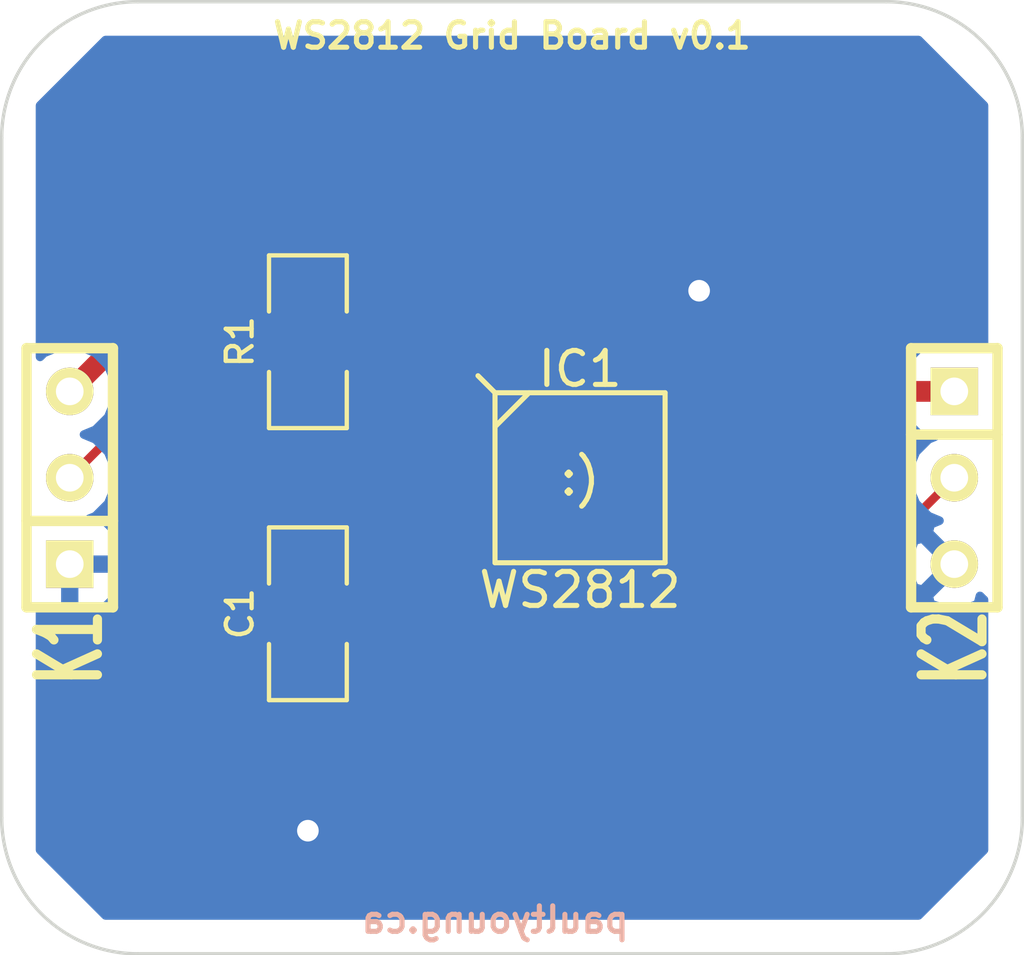
<source format=kicad_pcb>
(kicad_pcb (version 3) (host pcbnew "(2013-07-07 BZR 4022)-stable")

  (general
    (links 10)
    (no_connects 0)
    (area 24.949999 24.949999 55.050001 53.050001)
    (thickness 1.6)
    (drawings 10)
    (tracks 32)
    (zones 0)
    (modules 5)
    (nets 6)
  )

  (page A3)
  (layers
    (15 F.Cu signal)
    (0 B.Cu signal)
    (16 B.Adhes user)
    (17 F.Adhes user)
    (18 B.Paste user)
    (19 F.Paste user)
    (20 B.SilkS user)
    (21 F.SilkS user)
    (22 B.Mask user)
    (23 F.Mask user)
    (24 Dwgs.User user)
    (25 Cmts.User user)
    (26 Eco1.User user)
    (27 Eco2.User user)
    (28 Edge.Cuts user)
  )

  (setup
    (last_trace_width 0.254)
    (trace_clearance 0.254)
    (zone_clearance 0.508)
    (zone_45_only no)
    (trace_min 0.254)
    (segment_width 0.2)
    (edge_width 0.1)
    (via_size 0.889)
    (via_drill 0.635)
    (via_min_size 0.889)
    (via_min_drill 0.508)
    (uvia_size 0.508)
    (uvia_drill 0.127)
    (uvias_allowed no)
    (uvia_min_size 0.508)
    (uvia_min_drill 0.127)
    (pcb_text_width 0.3)
    (pcb_text_size 1.5 1.5)
    (mod_edge_width 0.15)
    (mod_text_size 1 1)
    (mod_text_width 0.15)
    (pad_size 1.5 1)
    (pad_drill 0)
    (pad_to_mask_clearance 0)
    (aux_axis_origin 0 0)
    (visible_elements 7FFFFFFF)
    (pcbplotparams
      (layerselection 284196865)
      (usegerberextensions true)
      (excludeedgelayer true)
      (linewidth 0.150000)
      (plotframeref false)
      (viasonmask false)
      (mode 1)
      (useauxorigin false)
      (hpglpennumber 1)
      (hpglpenspeed 20)
      (hpglpendiameter 15)
      (hpglpenoverlay 2)
      (psnegative false)
      (psa4output false)
      (plotreference true)
      (plotvalue true)
      (plotothertext true)
      (plotinvisibletext false)
      (padsonsilk false)
      (subtractmaskfromsilk false)
      (outputformat 1)
      (mirror false)
      (drillshape 0)
      (scaleselection 1)
      (outputdirectory ""))
  )

  (net 0 "")
  (net 1 +5V)
  (net 2 /DOUT)
  (net 3 GND)
  (net 4 N-000002)
  (net 5 N-000005)

  (net_class Default "This is the default net class."
    (clearance 0.254)
    (trace_width 0.254)
    (via_dia 0.889)
    (via_drill 0.635)
    (uvia_dia 0.508)
    (uvia_drill 0.127)
    (add_net "")
    (add_net /DOUT)
    (add_net N-000002)
  )

  (net_class Power ""
    (clearance 0.254)
    (trace_width 0.6096)
    (via_dia 0.889)
    (via_drill 0.635)
    (uvia_dia 0.508)
    (uvia_drill 0.127)
    (add_net +5V)
    (add_net GND)
    (add_net N-000005)
  )

  (module WS2812 (layer F.Cu) (tedit 52F4506B) (tstamp 52F3EFA6)
    (at 42 39)
    (path /52F3CFB3)
    (fp_text reference IC1 (at 0 -3.2) (layer F.SilkS)
      (effects (font (size 1 1) (thickness 0.15)))
    )
    (fp_text value WS2812 (at 0 3.3) (layer F.SilkS)
      (effects (font (size 1 1) (thickness 0.15)))
    )
    (fp_text user ":)" (at 0 0) (layer F.SilkS)
      (effects (font (size 1 1) (thickness 0.15)))
    )
    (fp_line (start -2.5 -2.5) (end -3 -3) (layer F.SilkS) (width 0.15))
    (fp_line (start -1.5 -2.5) (end -2.5 -1.5) (layer F.SilkS) (width 0.15))
    (fp_line (start 2.5 2.5) (end 2.5 -2.5) (layer F.SilkS) (width 0.15))
    (fp_line (start 2.5 -2.5) (end -2.5 -2.5) (layer F.SilkS) (width 0.15))
    (fp_line (start -2.5 -2.5) (end -2.5 2.5) (layer F.SilkS) (width 0.15))
    (fp_line (start -2.5 2.5) (end 2.5 2.5) (layer F.SilkS) (width 0.15))
    (pad 3 smd rect (at -2.45 1.6) (size 1.5 1)
      (layers F.Cu F.Paste F.Mask)
      (net 5 N-000005)
    )
    (pad 1 smd rect (at -2.45 -1.6) (size 1.5 1)
      (layers F.Cu F.Paste F.Mask)
      (net 2 /DOUT)
    )
    (pad 2 smd rect (at -2.45 0) (size 1.5 1)
      (layers F.Cu F.Paste F.Mask)
      (net 4 N-000002)
    )
    (pad 6 smd rect (at 2.45 -1.6) (size 1.5 1)
      (layers F.Cu F.Paste F.Mask)
      (net 3 GND)
    )
    (pad 5 smd rect (at 2.45 0) (size 1.5 1)
      (layers F.Cu F.Paste F.Mask)
      (net 1 +5V)
    )
    (pad 4 smd rect (at 1.7 1.1) (size 1.5 1) (drill (offset 0.75 0.5))
      (layers F.Cu F.Paste F.Mask)
    )
  )

  (module SM1206 (layer F.Cu) (tedit 52F3F802) (tstamp 52F3F574)
    (at 34 35 90)
    (path /52F3D108)
    (attr smd)
    (fp_text reference R1 (at 0 -2 90) (layer F.SilkS)
      (effects (font (size 0.762 0.762) (thickness 0.127)))
    )
    (fp_text value 150 (at 0 2 90) (layer F.SilkS) hide
      (effects (font (size 0.762 0.762) (thickness 0.127)))
    )
    (fp_line (start -2.54 -1.143) (end -2.54 1.143) (layer F.SilkS) (width 0.127))
    (fp_line (start -2.54 1.143) (end -0.889 1.143) (layer F.SilkS) (width 0.127))
    (fp_line (start 0.889 -1.143) (end 2.54 -1.143) (layer F.SilkS) (width 0.127))
    (fp_line (start 2.54 -1.143) (end 2.54 1.143) (layer F.SilkS) (width 0.127))
    (fp_line (start 2.54 1.143) (end 0.889 1.143) (layer F.SilkS) (width 0.127))
    (fp_line (start -0.889 -1.143) (end -2.54 -1.143) (layer F.SilkS) (width 0.127))
    (pad 1 smd rect (at -1.651 0 90) (size 1.524 2.032)
      (layers F.Cu F.Paste F.Mask)
      (net 5 N-000005)
    )
    (pad 2 smd rect (at 1.651 0 90) (size 1.524 2.032)
      (layers F.Cu F.Paste F.Mask)
      (net 1 +5V)
    )
    (model smd/chip_cms.wrl
      (at (xyz 0 0 0))
      (scale (xyz 0.17 0.16 0.16))
      (rotate (xyz 0 0 0))
    )
  )

  (module SM1206 (layer F.Cu) (tedit 52F3F7F1) (tstamp 52F3F548)
    (at 34 43 270)
    (path /52F3D0F7)
    (attr smd)
    (fp_text reference C1 (at 0 2 270) (layer F.SilkS)
      (effects (font (size 0.762 0.762) (thickness 0.127)))
    )
    (fp_text value 0.1uf (at 0 -2 270) (layer F.SilkS) hide
      (effects (font (size 0.762 0.762) (thickness 0.127)))
    )
    (fp_line (start -2.54 -1.143) (end -2.54 1.143) (layer F.SilkS) (width 0.127))
    (fp_line (start -2.54 1.143) (end -0.889 1.143) (layer F.SilkS) (width 0.127))
    (fp_line (start 0.889 -1.143) (end 2.54 -1.143) (layer F.SilkS) (width 0.127))
    (fp_line (start 2.54 -1.143) (end 2.54 1.143) (layer F.SilkS) (width 0.127))
    (fp_line (start 2.54 1.143) (end 0.889 1.143) (layer F.SilkS) (width 0.127))
    (fp_line (start -0.889 -1.143) (end -2.54 -1.143) (layer F.SilkS) (width 0.127))
    (pad 1 smd rect (at -1.651 0 270) (size 1.524 2.032)
      (layers F.Cu F.Paste F.Mask)
      (net 5 N-000005)
    )
    (pad 2 smd rect (at 1.651 0 270) (size 1.524 2.032)
      (layers F.Cu F.Paste F.Mask)
      (net 3 GND)
    )
    (model smd/chip_cms.wrl
      (at (xyz 0 0 0))
      (scale (xyz 0.17 0.16 0.16))
      (rotate (xyz 0 0 0))
    )
  )

  (module SIL-3 (layer F.Cu) (tedit 52F3F7C2) (tstamp 52F3EFCA)
    (at 27 39 90)
    (descr "Connecteur 3 pins")
    (tags "CONN DEV")
    (path /52F3D3F8)
    (fp_text reference K1 (at -5 0 90) (layer F.SilkS)
      (effects (font (size 1.7907 1.07696) (thickness 0.3048)))
    )
    (fp_text value CONN_IN (at 8 0 90) (layer F.SilkS) hide
      (effects (font (size 1.524 1.016) (thickness 0.3048)))
    )
    (fp_line (start -3.81 1.27) (end -3.81 -1.27) (layer F.SilkS) (width 0.3048))
    (fp_line (start -3.81 -1.27) (end 3.81 -1.27) (layer F.SilkS) (width 0.3048))
    (fp_line (start 3.81 -1.27) (end 3.81 1.27) (layer F.SilkS) (width 0.3048))
    (fp_line (start 3.81 1.27) (end -3.81 1.27) (layer F.SilkS) (width 0.3048))
    (fp_line (start -1.27 -1.27) (end -1.27 1.27) (layer F.SilkS) (width 0.3048))
    (pad 1 thru_hole rect (at -2.54 0 90) (size 1.397 1.397) (drill 0.8128)
      (layers *.Cu *.Mask F.SilkS)
      (net 3 GND)
    )
    (pad 2 thru_hole circle (at 0 0 90) (size 1.397 1.397) (drill 0.8128)
      (layers *.Cu *.Mask F.SilkS)
      (net 4 N-000002)
    )
    (pad 3 thru_hole circle (at 2.54 0 90) (size 1.397 1.397) (drill 0.8128)
      (layers *.Cu *.Mask F.SilkS)
      (net 1 +5V)
    )
  )

  (module SIL-3 (layer F.Cu) (tedit 52F3F75F) (tstamp 52F3EFD6)
    (at 53 39 270)
    (descr "Connecteur 3 pins")
    (tags "CONN DEV")
    (path /52F3D585)
    (fp_text reference K2 (at 5 0 270) (layer F.SilkS)
      (effects (font (size 1.7907 1.07696) (thickness 0.3048)))
    )
    (fp_text value CONN_OUT (at -8 0 270) (layer F.SilkS) hide
      (effects (font (size 1.524 1.016) (thickness 0.3048)))
    )
    (fp_line (start -3.81 1.27) (end -3.81 -1.27) (layer F.SilkS) (width 0.3048))
    (fp_line (start -3.81 -1.27) (end 3.81 -1.27) (layer F.SilkS) (width 0.3048))
    (fp_line (start 3.81 -1.27) (end 3.81 1.27) (layer F.SilkS) (width 0.3048))
    (fp_line (start 3.81 1.27) (end -3.81 1.27) (layer F.SilkS) (width 0.3048))
    (fp_line (start -1.27 -1.27) (end -1.27 1.27) (layer F.SilkS) (width 0.3048))
    (pad 1 thru_hole rect (at -2.54 0 270) (size 1.397 1.397) (drill 0.8128)
      (layers *.Cu *.Mask F.SilkS)
      (net 1 +5V)
    )
    (pad 2 thru_hole circle (at 0 0 270) (size 1.397 1.397) (drill 0.8128)
      (layers *.Cu *.Mask F.SilkS)
      (net 2 /DOUT)
    )
    (pad 3 thru_hole circle (at 2.54 0 270) (size 1.397 1.397) (drill 0.8128)
      (layers *.Cu *.Mask F.SilkS)
      (net 3 GND)
    )
  )

  (gr_text paultyoung.ca (at 39.5 52) (layer B.SilkS)
    (effects (font (size 0.75 0.75) (thickness 0.15)) (justify mirror))
  )
  (gr_text "WS2812 Grid Board v0.1" (at 40 26) (layer F.SilkS)
    (effects (font (size 0.75 0.75) (thickness 0.15)))
  )
  (gr_line (start 51 53) (end 29 53) (angle 90) (layer Edge.Cuts) (width 0.1))
  (gr_line (start 29 25) (end 51 25) (angle 90) (layer Edge.Cuts) (width 0.1))
  (gr_arc (start 51 49) (end 55 49) (angle 90) (layer Edge.Cuts) (width 0.1))
  (gr_arc (start 29 49) (end 29 53) (angle 90) (layer Edge.Cuts) (width 0.1))
  (gr_arc (start 29 29) (end 25 29) (angle 90) (layer Edge.Cuts) (width 0.1))
  (gr_arc (start 51 29) (end 51 25) (angle 90) (layer Edge.Cuts) (width 0.1))
  (gr_line (start 25 29) (end 25 49) (angle 90) (layer Edge.Cuts) (width 0.1))
  (gr_line (start 55 49) (end 55 29) (angle 90) (layer Edge.Cuts) (width 0.1))

  (segment (start 49.2024 39) (end 44.45 39) (width 0.6096) (layer F.Cu) (net 1))
  (segment (start 51.7424 36.46) (end 49.2024 39) (width 0.6096) (layer F.Cu) (net 1))
  (segment (start 53 36.46) (end 51.7424 36.46) (width 0.6096) (layer F.Cu) (net 1))
  (segment (start 44.45 39) (end 43.1409 39) (width 0.6096) (layer F.Cu) (net 1))
  (segment (start 37.6397 33.349) (end 34 33.349) (width 0.6096) (layer F.Cu) (net 1))
  (segment (start 43.1409 38.8502) (end 37.6397 33.349) (width 0.6096) (layer F.Cu) (net 1))
  (segment (start 43.1409 39) (end 43.1409 38.8502) (width 0.6096) (layer F.Cu) (net 1))
  (segment (start 30.111 33.349) (end 27 36.46) (width 0.6096) (layer F.Cu) (net 1))
  (segment (start 34 33.349) (end 30.111 33.349) (width 0.6096) (layer F.Cu) (net 1))
  (segment (start 40.6813 38.6204) (end 40.6813 37.4) (width 0.254) (layer F.Cu) (net 2))
  (segment (start 43.5423 41.4814) (end 40.6813 38.6204) (width 0.254) (layer F.Cu) (net 2))
  (segment (start 50.5186 41.4814) (end 43.5423 41.4814) (width 0.254) (layer F.Cu) (net 2))
  (segment (start 53 39) (end 50.5186 41.4814) (width 0.254) (layer F.Cu) (net 2))
  (segment (start 39.55 37.4) (end 40.6813 37.4) (width 0.254) (layer F.Cu) (net 2))
  (via (at 45.5 33.5) (size 0.889) (layers F.Cu B.Cu) (net 3))
  (via (at 34 49.38) (size 0.889) (layers F.Cu B.Cu) (net 3))
  (segment (start 44.45 34.55) (end 45.5 33.5) (width 0.6096) (layer F.Cu) (net 3))
  (segment (start 44.45 37.4) (end 44.45 34.55) (width 0.6096) (layer F.Cu) (net 3))
  (segment (start 34 44.651) (end 34 49.38) (width 0.6096) (layer F.Cu) (net 3))
  (segment (start 38.4187 38.7464) (end 38.4187 39) (width 0.254) (layer F.Cu) (net 4))
  (segment (start 35.1799 35.5076) (end 38.4187 38.7464) (width 0.254) (layer F.Cu) (net 4))
  (segment (start 30.4924 35.5076) (end 35.1799 35.5076) (width 0.254) (layer F.Cu) (net 4))
  (segment (start 27 39) (end 30.4924 35.5076) (width 0.254) (layer F.Cu) (net 4))
  (segment (start 39.55 39) (end 38.4187 39) (width 0.254) (layer F.Cu) (net 4))
  (segment (start 39.55 40.6) (end 38.2409 40.6) (width 0.6096) (layer F.Cu) (net 5))
  (segment (start 34 36.651) (end 34 37.9721) (width 0.6096) (layer F.Cu) (net 5))
  (segment (start 35.746 40.6) (end 38.2409 40.6) (width 0.6096) (layer F.Cu) (net 5))
  (segment (start 35.5751 40.7709) (end 35.746 40.6) (width 0.6096) (layer F.Cu) (net 5))
  (segment (start 35.5751 41.349) (end 35.5751 40.7709) (width 0.6096) (layer F.Cu) (net 5))
  (segment (start 35.746 39.7181) (end 34 37.9721) (width 0.6096) (layer F.Cu) (net 5))
  (segment (start 35.746 40.6) (end 35.746 39.7181) (width 0.6096) (layer F.Cu) (net 5))
  (segment (start 34 41.349) (end 35.5751 41.349) (width 0.6096) (layer F.Cu) (net 5))

  (zone (net 3) (net_name GND) (layer B.Cu) (tstamp 52F3FE28) (hatch edge 0.508)
    (connect_pads (clearance 0.508))
    (min_thickness 0.254)
    (fill (arc_segments 16) (thermal_gap 0.508) (thermal_bridge_width 0.508))
    (polygon
      (pts
        (xy 27 27) (xy 28 26) (xy 52 26) (xy 54 28) (xy 54 50)
        (xy 52 52) (xy 28 52) (xy 26 50) (xy 26 28) (xy 27 27)
      )
    )
    (filled_polygon
      (pts
        (xy 53.873 49.947395) (xy 53.754581 50.065814) (xy 51.947395 51.873) (xy 28.33361 51.873) (xy 28.33361 42.364255)
        (xy 28.3335 41.82575) (xy 28.17475 41.667) (xy 27.127 41.667) (xy 27.127 42.71475) (xy 27.28575 42.8735)
        (xy 27.572745 42.87361) (xy 27.825364 42.873389) (xy 28.058668 42.776513) (xy 28.237141 42.597729) (xy 28.33361 42.364255)
        (xy 28.33361 51.873) (xy 28.052605 51.873) (xy 26.127 49.947395) (xy 26.127 42.853608) (xy 26.174636 42.873389)
        (xy 26.427255 42.87361) (xy 26.71425 42.8735) (xy 26.873 42.71475) (xy 26.873 41.667) (xy 26.853 41.667)
        (xy 26.853 41.413) (xy 26.873 41.413) (xy 26.873 41.393) (xy 27.127 41.393) (xy 27.127 41.413)
        (xy 28.17475 41.413) (xy 28.3335 41.25425) (xy 28.33361 40.715745) (xy 28.237141 40.482271) (xy 28.058668 40.303487)
        (xy 27.825364 40.206611) (xy 27.572745 40.20639) (xy 27.572272 40.20639) (xy 27.75438 40.131145) (xy 28.129826 39.756353)
        (xy 28.333267 39.266413) (xy 28.33373 38.735914) (xy 28.131145 38.24562) (xy 27.756353 37.870174) (xy 27.418551 37.729906)
        (xy 27.75438 37.591145) (xy 28.129826 37.216353) (xy 28.333267 36.726413) (xy 28.33373 36.195914) (xy 28.131145 35.70562)
        (xy 27.756353 35.330174) (xy 27.266413 35.126733) (xy 26.735914 35.12627) (xy 26.24562 35.328855) (xy 26.127 35.447268)
        (xy 26.127 28.052605) (xy 27.089803 27.089803) (xy 28.052605 26.127) (xy 51.947395 26.127) (xy 53.873 28.052605)
        (xy 53.873 35.146391) (xy 53.825364 35.126611) (xy 53.572745 35.12639) (xy 52.175745 35.12639) (xy 51.942271 35.222859)
        (xy 51.763487 35.401332) (xy 51.666611 35.634636) (xy 51.66639 35.887255) (xy 51.66639 37.284255) (xy 51.762859 37.517729)
        (xy 51.941332 37.696513) (xy 52.174636 37.793389) (xy 52.427255 37.79361) (xy 52.427727 37.79361) (xy 52.24562 37.868855)
        (xy 51.870174 38.243647) (xy 51.666733 38.733587) (xy 51.66627 39.264086) (xy 51.868855 39.75438) (xy 52.243647 40.129826)
        (xy 52.565122 40.263314) (xy 52.307072 40.370202) (xy 52.245419 40.605814) (xy 53 41.360395) (xy 53.014142 41.346252)
        (xy 53.193747 41.525857) (xy 53.179605 41.54) (xy 53.193747 41.554142) (xy 53.014142 41.733747) (xy 53 41.719605)
        (xy 52.820395 41.89921) (xy 52.820395 41.54) (xy 52.065814 40.785419) (xy 51.830202 40.847072) (xy 51.654076 41.34748)
        (xy 51.682854 41.877198) (xy 51.830202 42.232928) (xy 52.065814 42.294581) (xy 52.820395 41.54) (xy 52.820395 41.89921)
        (xy 52.245419 42.474186) (xy 52.307072 42.709798) (xy 52.80748 42.885924) (xy 53.337198 42.857146) (xy 53.692928 42.709798)
        (xy 53.75458 42.474188) (xy 53.754581 42.474189) (xy 53.869836 42.589444) (xy 53.873 42.58628) (xy 53.873 49.947395)
      )
    )
  )
)

</source>
